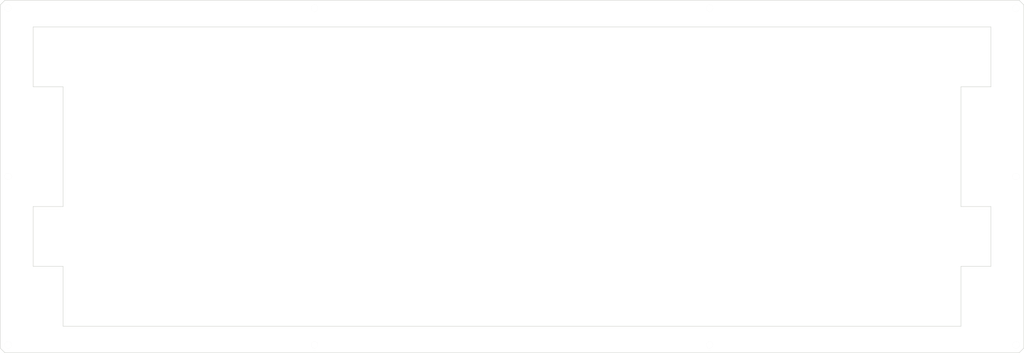
<source format=kicad_pcb>
(kicad_pcb (version 20171130) (host pcbnew "(5.1.12)-1")

  (general
    (thickness 1.6)
    (drawings 25)
    (tracks 0)
    (zones 0)
    (modules 10)
    (nets 1)
  )

  (page A3)
  (layers
    (0 F.Cu signal)
    (31 B.Cu signal)
    (32 B.Adhes user)
    (33 F.Adhes user)
    (34 B.Paste user)
    (35 F.Paste user)
    (36 B.SilkS user)
    (37 F.SilkS user)
    (38 B.Mask user)
    (39 F.Mask user)
    (40 Dwgs.User user)
    (41 Cmts.User user)
    (42 Eco1.User user)
    (43 Eco2.User user)
    (44 Edge.Cuts user)
    (45 Margin user)
    (46 B.CrtYd user)
    (47 F.CrtYd user)
    (48 B.Fab user)
    (49 F.Fab user)
  )

  (setup
    (last_trace_width 0.25)
    (user_trace_width 0.5)
    (user_trace_width 0.5)
    (trace_clearance 0.2)
    (zone_clearance 0.508)
    (zone_45_only no)
    (trace_min 0.2)
    (via_size 0.8)
    (via_drill 0.4)
    (via_min_size 0.4)
    (via_min_drill 0.3)
    (uvia_size 0.3)
    (uvia_drill 0.1)
    (uvias_allowed no)
    (uvia_min_size 0.2)
    (uvia_min_drill 0.1)
    (edge_width 0.15)
    (segment_width 0.2)
    (pcb_text_width 0.3)
    (pcb_text_size 1.5 1.5)
    (mod_edge_width 0.15)
    (mod_text_size 1 1)
    (mod_text_width 0.15)
    (pad_size 2.2 2.2)
    (pad_drill 2.2)
    (pad_to_mask_clearance 0)
    (aux_axis_origin 0 0)
    (visible_elements 7FFFFFFF)
    (pcbplotparams
      (layerselection 0x01000_7ffffffe)
      (usegerberextensions true)
      (usegerberattributes false)
      (usegerberadvancedattributes false)
      (creategerberjobfile false)
      (excludeedgelayer true)
      (linewidth 0.100000)
      (plotframeref false)
      (viasonmask false)
      (mode 1)
      (useauxorigin false)
      (hpglpennumber 1)
      (hpglpenspeed 20)
      (hpglpendiameter 15.000000)
      (psnegative false)
      (psa4output false)
      (plotreference true)
      (plotvalue true)
      (plotinvisibletext false)
      (padsonsilk false)
      (subtractmaskfromsilk false)
      (outputformat 4)
      (mirror false)
      (drillshape 0)
      (scaleselection 1)
      (outputdirectory "C:/Users/サリチル酸/Desktop/"))
  )

  (net 0 "")

  (net_class Default "これはデフォルトのネット クラスです。"
    (clearance 0.2)
    (trace_width 0.25)
    (via_dia 0.8)
    (via_drill 0.4)
    (uvia_dia 0.3)
    (uvia_drill 0.1)
  )

  (module kbd_Hole:m2_Screw_Hole_EdgeCuts (layer F.Cu) (tedit 5DA73E67) (tstamp 60A2FDA0)
    (at 108.575 13.05)
    (descr "Mounting Hole 2.2mm, no annular, M2")
    (tags "mounting hole 2.2mm no annular m2")
    (path /64540392)
    (attr virtual)
    (fp_text reference J11 (at 0 -3.2) (layer F.Fab) hide
      (effects (font (size 1 1) (thickness 0.15)))
    )
    (fp_text value Conn_01x01 (at 0 3.2) (layer F.Fab) hide
      (effects (font (size 1 1) (thickness 0.15)))
    )
    (fp_text user %R (at 0.3 0) (layer F.Fab) hide
      (effects (font (size 1 1) (thickness 0.15)))
    )
    (fp_circle (center 0 0) (end 1.1 0) (layer Edge.Cuts) (width 0.01))
  )

  (module kbd_Hole:m2_Screw_Hole_EdgeCuts (layer F.Cu) (tedit 5DA73E67) (tstamp 60A2FD8E)
    (at 11.075 13.05)
    (descr "Mounting Hole 2.2mm, no annular, M2")
    (tags "mounting hole 2.2mm no annular m2")
    (path /629E70F1)
    (attr virtual)
    (fp_text reference J8 (at 0 -3.2) (layer F.Fab) hide
      (effects (font (size 1 1) (thickness 0.15)))
    )
    (fp_text value Conn_01x01 (at 0 3.2) (layer F.Fab) hide
      (effects (font (size 1 1) (thickness 0.15)))
    )
    (fp_text user %R (at 0.3 0) (layer F.Fab) hide
      (effects (font (size 1 1) (thickness 0.15)))
    )
    (fp_circle (center 0 0) (end 1.1 0) (layer Edge.Cuts) (width 0.01))
  )

  (module kbd_Hole:m2_Screw_Hole_EdgeCuts (layer F.Cu) (tedit 5DA73E67) (tstamp 60A2FD9A)
    (at 11.075 120.25)
    (descr "Mounting Hole 2.2mm, no annular, M2")
    (tags "mounting hole 2.2mm no annular m2")
    (path /6454037E)
    (attr virtual)
    (fp_text reference J10 (at 0 -3.2) (layer F.Fab) hide
      (effects (font (size 1 1) (thickness 0.15)))
    )
    (fp_text value Conn_01x01 (at 0 3.2) (layer F.Fab) hide
      (effects (font (size 1 1) (thickness 0.15)))
    )
    (fp_text user %R (at 0.3 0) (layer F.Fab) hide
      (effects (font (size 1 1) (thickness 0.15)))
    )
    (fp_circle (center 0 0) (end 1.1 0) (layer Edge.Cuts) (width 0.01))
  )

  (module kbd_Hole:m2_Screw_Hole_EdgeCuts (layer F.Cu) (tedit 5DA73E67) (tstamp 60A2FD94)
    (at 11.075 66.65)
    (descr "Mounting Hole 2.2mm, no annular, M2")
    (tags "mounting hole 2.2mm no annular m2")
    (path /629E7105)
    (attr virtual)
    (fp_text reference J9 (at 0 -3.2) (layer F.Fab) hide
      (effects (font (size 1 1) (thickness 0.15)))
    )
    (fp_text value Conn_01x01 (at 0 3.2) (layer F.Fab) hide
      (effects (font (size 1 1) (thickness 0.15)))
    )
    (fp_text user %R (at 0.3 0) (layer F.Fab) hide
      (effects (font (size 1 1) (thickness 0.15)))
    )
    (fp_circle (center 0 0) (end 1.1 0) (layer Edge.Cuts) (width 0.01))
  )

  (module kbd_Hole:m2_Screw_Hole_EdgeCuts (layer F.Cu) (tedit 5DA73E67) (tstamp 60A2FDB2)
    (at 234.325 120.25)
    (descr "Mounting Hole 2.2mm, no annular, M2")
    (tags "mounting hole 2.2mm no annular m2")
    (path /5CC48CD6)
    (attr virtual)
    (fp_text reference J14 (at 0 -3.2) (layer F.Fab) hide
      (effects (font (size 1 1) (thickness 0.15)))
    )
    (fp_text value Conn_01x01 (at 0 3.2) (layer F.Fab) hide
      (effects (font (size 1 1) (thickness 0.15)))
    )
    (fp_text user %R (at 0.3 0) (layer F.Fab) hide
      (effects (font (size 1 1) (thickness 0.15)))
    )
    (fp_circle (center 0 0) (end 1.1 0) (layer Edge.Cuts) (width 0.01))
  )

  (module kbd_Hole:m2_Screw_Hole_EdgeCuts (layer F.Cu) (tedit 5DA73E67) (tstamp 60A2FDAC)
    (at 108.575 120.25)
    (descr "Mounting Hole 2.2mm, no annular, M2")
    (tags "mounting hole 2.2mm no annular m2")
    (path /629102FD)
    (attr virtual)
    (fp_text reference J13 (at 0 -3.2) (layer F.Fab) hide
      (effects (font (size 1 1) (thickness 0.15)))
    )
    (fp_text value Conn_01x01 (at 0 3.2) (layer F.Fab) hide
      (effects (font (size 1 1) (thickness 0.15)))
    )
    (fp_text user %R (at 0.3 0) (layer F.Fab) hide
      (effects (font (size 1 1) (thickness 0.15)))
    )
    (fp_circle (center 0 0) (end 1.1 0) (layer Edge.Cuts) (width 0.01))
  )

  (module kbd_Hole:m2_Screw_Hole_EdgeCuts (layer F.Cu) (tedit 5DA73E67) (tstamp 60A2FDC4)
    (at 331.825 120.25)
    (descr "Mounting Hole 2.2mm, no annular, M2")
    (tags "mounting hole 2.2mm no annular m2")
    (path /629E70FB)
    (attr virtual)
    (fp_text reference J17 (at 0 -3.2) (layer F.Fab) hide
      (effects (font (size 1 1) (thickness 0.15)))
    )
    (fp_text value Conn_01x01 (at 0 3.2) (layer F.Fab) hide
      (effects (font (size 1 1) (thickness 0.15)))
    )
    (fp_text user %R (at 0.3 0) (layer F.Fab) hide
      (effects (font (size 1 1) (thickness 0.15)))
    )
    (fp_circle (center 0 0) (end 1.1 0) (layer Edge.Cuts) (width 0.01))
  )

  (module kbd_Hole:m2_Screw_Hole_EdgeCuts (layer F.Cu) (tedit 5DA73E67) (tstamp 60A2FDBE)
    (at 331.825 66.65)
    (descr "Mounting Hole 2.2mm, no annular, M2")
    (tags "mounting hole 2.2mm no annular m2")
    (path /629E70E7)
    (attr virtual)
    (fp_text reference J16 (at 0 -3.2) (layer F.Fab) hide
      (effects (font (size 1 1) (thickness 0.15)))
    )
    (fp_text value Conn_01x01 (at 0 3.2) (layer F.Fab) hide
      (effects (font (size 1 1) (thickness 0.15)))
    )
    (fp_text user %R (at 0.3 0) (layer F.Fab) hide
      (effects (font (size 1 1) (thickness 0.15)))
    )
    (fp_circle (center 0 0) (end 1.1 0) (layer Edge.Cuts) (width 0.01))
  )

  (module kbd_Hole:m2_Screw_Hole_EdgeCuts (layer F.Cu) (tedit 5DA73E67) (tstamp 60A2FDB8)
    (at 331.825 13.05)
    (descr "Mounting Hole 2.2mm, no annular, M2")
    (tags "mounting hole 2.2mm no annular m2")
    (path /5CC9EE7D)
    (attr virtual)
    (fp_text reference J15 (at 0 -3.2) (layer F.Fab) hide
      (effects (font (size 1 1) (thickness 0.15)))
    )
    (fp_text value Conn_01x01 (at 0 3.2) (layer F.Fab) hide
      (effects (font (size 1 1) (thickness 0.15)))
    )
    (fp_text user %R (at 0.3 0) (layer F.Fab) hide
      (effects (font (size 1 1) (thickness 0.15)))
    )
    (fp_circle (center 0 0) (end 1.1 0) (layer Edge.Cuts) (width 0.01))
  )

  (module kbd_Hole:m2_Screw_Hole_EdgeCuts (layer F.Cu) (tedit 5DA73E67) (tstamp 60A2FDA6)
    (at 234.325 13.05)
    (descr "Mounting Hole 2.2mm, no annular, M2")
    (tags "mounting hole 2.2mm no annular m2")
    (path /629102E9)
    (attr virtual)
    (fp_text reference J12 (at 0 -3.2) (layer F.Fab) hide
      (effects (font (size 1 1) (thickness 0.15)))
    )
    (fp_text value Conn_01x01 (at 0 3.2) (layer F.Fab) hide
      (effects (font (size 1 1) (thickness 0.15)))
    )
    (fp_text user %R (at 0.3 0) (layer F.Fab) hide
      (effects (font (size 1 1) (thickness 0.15)))
    )
    (fp_circle (center 0 0) (end 1.1 0) (layer Edge.Cuts) (width 0.01))
  )

  (gr_line (start 323.85 19.05) (end 19.05 19.05) (layer Edge.Cuts) (width 0.15) (tstamp 6233247B))
  (gr_line (start 323.85 38.1) (end 323.85 19.05) (layer Edge.Cuts) (width 0.15))
  (gr_line (start 314.325 38.1) (end 323.85 38.1) (layer Edge.Cuts) (width 0.15))
  (gr_line (start 314.325 76.2) (end 314.325 38.1) (layer Edge.Cuts) (width 0.15))
  (gr_line (start 323.85 76.2) (end 314.325 76.2) (layer Edge.Cuts) (width 0.15))
  (gr_line (start 323.85 95.25) (end 323.85 76.2) (layer Edge.Cuts) (width 0.15))
  (gr_line (start 314.325 95.25) (end 323.85 95.25) (layer Edge.Cuts) (width 0.15))
  (gr_line (start 314.325 114.3) (end 314.325 95.25) (layer Edge.Cuts) (width 0.15))
  (gr_line (start 28.575 114.3) (end 314.325 114.3) (layer Edge.Cuts) (width 0.15))
  (gr_line (start 28.575 95.25) (end 28.575 114.3) (layer Edge.Cuts) (width 0.15))
  (gr_line (start 19.05 95.25) (end 28.575 95.25) (layer Edge.Cuts) (width 0.15))
  (gr_line (start 19.05 76.2) (end 19.05 95.25) (layer Edge.Cuts) (width 0.15))
  (gr_line (start 28.575 76.2) (end 19.05 76.2) (layer Edge.Cuts) (width 0.15))
  (gr_line (start 28.575 38.1) (end 28.575 76.2) (layer Edge.Cuts) (width 0.15))
  (gr_line (start 19.05 38.1) (end 28.575 38.1) (layer Edge.Cuts) (width 0.15))
  (gr_line (start 19.05 19.05) (end 19.05 38.1) (layer Edge.Cuts) (width 0.15))
  (gr_line (start 8.575 12.05) (end 10.075 10.55) (layer Edge.Cuts) (width 0.15) (tstamp 60883437))
  (gr_line (start 8.575 12.05) (end 8.575 121.25) (layer Edge.Cuts) (width 0.15))
  (gr_line (start 332.825 10.55) (end 10.075 10.55) (layer Edge.Cuts) (width 0.15))
  (gr_line (start 10.075 122.75) (end 8.575 121.25) (layer Edge.Cuts) (width 0.15) (tstamp 60883451))
  (gr_line (start 10.075 122.75) (end 332.825 122.75) (layer Edge.Cuts) (width 0.15))
  (gr_line (start 332.825 122.75) (end 334.325 121.25) (layer Edge.Cuts) (width 0.15))
  (gr_line (start 334.325 121.25) (end 334.325 12.05) (layer Edge.Cuts) (width 0.15))
  (gr_line (start 334.325 12.05) (end 332.825 10.55) (layer Edge.Cuts) (width 0.15) (tstamp 60883444))
  (gr_line (start 264.325 17.55) (end 264.325 20.55) (layer F.Fab) (width 0.15))

)

</source>
